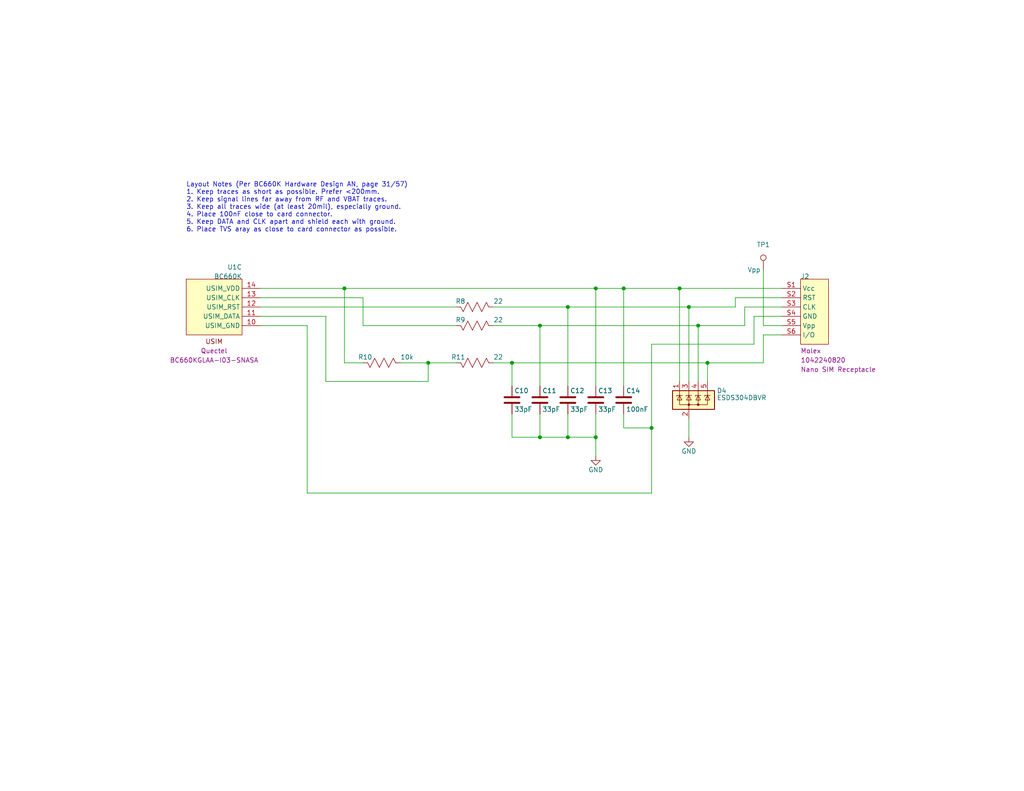
<source format=kicad_sch>
(kicad_sch (version 20211123) (generator eeschema)

  (uuid 2f7cbe2e-4fc6-46fb-8607-9c136d92441f)

  (paper "USLetter")

  (title_block
    (title "BC660K Breakout Board (USIM Connector)")
    (date "2022-10-31")
    (rev "X01")
    (company "By AxioPaladin")
    (comment 1 "CERN-OHL-W")
  )

  (lib_symbols
    (symbol "Connector:TestPoint" (pin_numbers hide) (pin_names (offset 0.762) hide) (in_bom yes) (on_board yes)
      (property "Reference" "TP" (id 0) (at 0 6.858 0)
        (effects (font (size 1.27 1.27)))
      )
      (property "Value" "TestPoint" (id 1) (at 0 5.08 0)
        (effects (font (size 1.27 1.27)))
      )
      (property "Footprint" "" (id 2) (at 5.08 0 0)
        (effects (font (size 1.27 1.27)) hide)
      )
      (property "Datasheet" "~" (id 3) (at 5.08 0 0)
        (effects (font (size 1.27 1.27)) hide)
      )
      (property "ki_keywords" "test point tp" (id 4) (at 0 0 0)
        (effects (font (size 1.27 1.27)) hide)
      )
      (property "ki_description" "test point" (id 5) (at 0 0 0)
        (effects (font (size 1.27 1.27)) hide)
      )
      (property "ki_fp_filters" "Pin* Test*" (id 6) (at 0 0 0)
        (effects (font (size 1.27 1.27)) hide)
      )
      (symbol "TestPoint_0_1"
        (circle (center 0 3.302) (radius 0.762)
          (stroke (width 0) (type default) (color 0 0 0 0))
          (fill (type none))
        )
      )
      (symbol "TestPoint_1_1"
        (pin passive line (at 0 0 90) (length 2.54)
          (name "1" (effects (font (size 1.27 1.27))))
          (number "1" (effects (font (size 1.27 1.27))))
        )
      )
    )
    (symbol "Device:C" (pin_numbers hide) (pin_names (offset 0.254)) (in_bom yes) (on_board yes)
      (property "Reference" "C" (id 0) (at 0.635 2.54 0)
        (effects (font (size 1.27 1.27)) (justify left))
      )
      (property "Value" "C" (id 1) (at 0.635 -2.54 0)
        (effects (font (size 1.27 1.27)) (justify left))
      )
      (property "Footprint" "" (id 2) (at 0.9652 -3.81 0)
        (effects (font (size 1.27 1.27)) hide)
      )
      (property "Datasheet" "~" (id 3) (at 0 0 0)
        (effects (font (size 1.27 1.27)) hide)
      )
      (property "ki_keywords" "cap capacitor" (id 4) (at 0 0 0)
        (effects (font (size 1.27 1.27)) hide)
      )
      (property "ki_description" "Unpolarized capacitor" (id 5) (at 0 0 0)
        (effects (font (size 1.27 1.27)) hide)
      )
      (property "ki_fp_filters" "C_*" (id 6) (at 0 0 0)
        (effects (font (size 1.27 1.27)) hide)
      )
      (symbol "C_0_1"
        (polyline
          (pts
            (xy -2.032 -0.762)
            (xy 2.032 -0.762)
          )
          (stroke (width 0.508) (type default) (color 0 0 0 0))
          (fill (type none))
        )
        (polyline
          (pts
            (xy -2.032 0.762)
            (xy 2.032 0.762)
          )
          (stroke (width 0.508) (type default) (color 0 0 0 0))
          (fill (type none))
        )
      )
      (symbol "C_1_1"
        (pin passive line (at 0 3.81 270) (length 2.794)
          (name "~" (effects (font (size 1.27 1.27))))
          (number "1" (effects (font (size 1.27 1.27))))
        )
        (pin passive line (at 0 -3.81 90) (length 2.794)
          (name "~" (effects (font (size 1.27 1.27))))
          (number "2" (effects (font (size 1.27 1.27))))
        )
      )
    )
    (symbol "Device:R" (pin_numbers hide) (pin_names (offset 0)) (in_bom yes) (on_board yes)
      (property "Reference" "R?" (id 0) (at 2.54 3.81 0)
        (effects (font (size 1.27 1.27)))
      )
      (property "Value" "R" (id 1) (at 2.54 1.27 0)
        (effects (font (size 1.27 1.27)))
      )
      (property "Footprint" "" (id 2) (at -1.778 0 90)
        (effects (font (size 1.27 1.27)) hide)
      )
      (property "Datasheet" "~" (id 3) (at 0 0 0)
        (effects (font (size 1.27 1.27)) hide)
      )
      (property "ki_keywords" "R res resistor" (id 4) (at 0 0 0)
        (effects (font (size 1.27 1.27)) hide)
      )
      (property "ki_description" "Resistor" (id 5) (at 0 0 0)
        (effects (font (size 1.27 1.27)) hide)
      )
      (property "ki_fp_filters" "R_*" (id 6) (at 0 0 0)
        (effects (font (size 1.27 1.27)) hide)
      )
      (symbol "R_0_1"
        (rectangle (start -1.016 3.81) (end 1.016 -3.81)
          (stroke (width 0.254) (type default) (color 0 0 0 0))
          (fill (type none))
        )
      )
      (symbol "R_0_2"
        (polyline
          (pts
            (xy 0 3.81)
            (xy -1.27 3.175)
            (xy 1.27 1.905)
            (xy -1.27 0.635)
            (xy 1.27 -0.635)
            (xy -1.27 -1.905)
            (xy 1.27 -3.175)
            (xy 0 -3.81)
          )
          (stroke (width 0) (type default) (color 0 0 0 0))
          (fill (type none))
        )
      )
      (symbol "R_1_1"
        (pin passive line (at 0 5.08 270) (length 1.27)
          (name "~" (effects (font (size 1.27 1.27))))
          (number "1" (effects (font (size 1.27 1.27))))
        )
        (pin passive line (at 0 -5.08 90) (length 1.27)
          (name "~" (effects (font (size 1.27 1.27))))
          (number "2" (effects (font (size 1.27 1.27))))
        )
      )
      (symbol "R_1_2"
        (pin passive line (at 0 5.08 270) (length 1.27)
          (name "~" (effects (font (size 1.27 1.27))))
          (number "1" (effects (font (size 1.27 1.27))))
        )
        (pin passive line (at 0 -5.08 90) (length 1.27)
          (name "~" (effects (font (size 1.27 1.27))))
          (number "2" (effects (font (size 1.27 1.27))))
        )
      )
    )
    (symbol "Power_Protection:SP0504BAHT" (pin_names hide) (in_bom yes) (on_board yes)
      (property "Reference" "D" (id 0) (at 7.62 2.54 0)
        (effects (font (size 1.27 1.27)) (justify left))
      )
      (property "Value" "SP0504BAHT" (id 1) (at 7.62 0.635 0)
        (effects (font (size 1.27 1.27)) (justify left))
      )
      (property "Footprint" "Package_TO_SOT_SMD:SOT-23-5" (id 2) (at 7.62 -1.27 0)
        (effects (font (size 1.27 1.27)) (justify left) hide)
      )
      (property "Datasheet" "http://www.littelfuse.com/~/media/files/littelfuse/technical%20resources/documents/data%20sheets/sp05xxba.pdf" (id 3) (at 3.175 3.175 0)
        (effects (font (size 1.27 1.27)) hide)
      )
      (property "ki_keywords" "usb esd protection suppression transient" (id 4) (at 0 0 0)
        (effects (font (size 1.27 1.27)) hide)
      )
      (property "ki_description" "TVS Diode Array, 5.5V Standoff, 4 Channels, SOT-23-5 package" (id 5) (at 0 0 0)
        (effects (font (size 1.27 1.27)) hide)
      )
      (property "ki_fp_filters" "SOT?23*" (id 6) (at 0 0 0)
        (effects (font (size 1.27 1.27)) hide)
      )
      (symbol "SP0504BAHT_0_0"
        (pin passive line (at 0 -5.08 90) (length 2.54)
          (name "A" (effects (font (size 1.27 1.27))))
          (number "2" (effects (font (size 1.27 1.27))))
        )
      )
      (symbol "SP0504BAHT_0_1"
        (rectangle (start -4.445 2.54) (end 6.985 -2.54)
          (stroke (width 0.254) (type default) (color 0 0 0 0))
          (fill (type background))
        )
        (circle (center 0 -1.27) (radius 0.254)
          (stroke (width 0) (type default) (color 0 0 0 0))
          (fill (type outline))
        )
        (polyline
          (pts
            (xy -2.54 2.54)
            (xy -2.54 1.27)
          )
          (stroke (width 0) (type default) (color 0 0 0 0))
          (fill (type none))
        )
        (polyline
          (pts
            (xy 0 -1.27)
            (xy 0 -2.54)
          )
          (stroke (width 0) (type default) (color 0 0 0 0))
          (fill (type none))
        )
        (polyline
          (pts
            (xy 0 -1.27)
            (xy 0 1.27)
          )
          (stroke (width 0) (type default) (color 0 0 0 0))
          (fill (type none))
        )
        (polyline
          (pts
            (xy 0 2.54)
            (xy 0 1.27)
          )
          (stroke (width 0) (type default) (color 0 0 0 0))
          (fill (type none))
        )
        (polyline
          (pts
            (xy 2.54 2.54)
            (xy 2.54 1.27)
          )
          (stroke (width 0) (type default) (color 0 0 0 0))
          (fill (type none))
        )
        (polyline
          (pts
            (xy 5.08 2.54)
            (xy 5.08 1.27)
          )
          (stroke (width 0) (type default) (color 0 0 0 0))
          (fill (type none))
        )
        (polyline
          (pts
            (xy -3.302 1.016)
            (xy -3.302 1.27)
            (xy -1.778 1.27)
          )
          (stroke (width 0) (type default) (color 0 0 0 0))
          (fill (type none))
        )
        (polyline
          (pts
            (xy 0.762 1.27)
            (xy -0.762 1.27)
            (xy -0.762 1.016)
          )
          (stroke (width 0) (type default) (color 0 0 0 0))
          (fill (type none))
        )
        (polyline
          (pts
            (xy 5.08 1.27)
            (xy 5.08 -1.27)
            (xy 2.54 -1.27)
          )
          (stroke (width 0) (type default) (color 0 0 0 0))
          (fill (type none))
        )
        (polyline
          (pts
            (xy -2.54 1.27)
            (xy -2.54 -1.27)
            (xy 2.54 -1.27)
            (xy 2.54 1.27)
          )
          (stroke (width 0) (type default) (color 0 0 0 0))
          (fill (type none))
        )
        (polyline
          (pts
            (xy -2.54 1.27)
            (xy -1.905 0)
            (xy -3.175 0)
            (xy -2.54 1.27)
          )
          (stroke (width 0) (type default) (color 0 0 0 0))
          (fill (type none))
        )
        (polyline
          (pts
            (xy 0.635 0)
            (xy -0.635 0)
            (xy 0 1.27)
            (xy 0.635 0)
          )
          (stroke (width 0) (type default) (color 0 0 0 0))
          (fill (type none))
        )
        (polyline
          (pts
            (xy 1.778 1.016)
            (xy 1.778 1.27)
            (xy 3.175 1.27)
            (xy 3.302 1.27)
          )
          (stroke (width 0) (type default) (color 0 0 0 0))
          (fill (type none))
        )
        (polyline
          (pts
            (xy 2.54 1.27)
            (xy 1.905 0)
            (xy 3.175 0)
            (xy 2.54 1.27)
          )
          (stroke (width 0) (type default) (color 0 0 0 0))
          (fill (type none))
        )
        (polyline
          (pts
            (xy 4.318 1.016)
            (xy 4.318 1.27)
            (xy 5.715 1.27)
            (xy 5.842 1.27)
          )
          (stroke (width 0) (type default) (color 0 0 0 0))
          (fill (type none))
        )
        (polyline
          (pts
            (xy 5.08 1.27)
            (xy 4.445 0)
            (xy 5.715 0)
            (xy 5.08 1.27)
          )
          (stroke (width 0) (type default) (color 0 0 0 0))
          (fill (type none))
        )
        (circle (center 2.54 -1.27) (radius 0.254)
          (stroke (width 0) (type default) (color 0 0 0 0))
          (fill (type outline))
        )
      )
      (symbol "SP0504BAHT_1_1"
        (pin passive line (at -2.54 5.08 270) (length 2.54)
          (name "K" (effects (font (size 1.27 1.27))))
          (number "1" (effects (font (size 1.27 1.27))))
        )
        (pin passive line (at 0 5.08 270) (length 2.54)
          (name "K" (effects (font (size 1.27 1.27))))
          (number "3" (effects (font (size 1.27 1.27))))
        )
        (pin passive line (at 2.54 5.08 270) (length 2.54)
          (name "K" (effects (font (size 1.27 1.27))))
          (number "4" (effects (font (size 1.27 1.27))))
        )
        (pin passive line (at 5.08 5.08 270) (length 2.54)
          (name "K" (effects (font (size 1.27 1.27))))
          (number "5" (effects (font (size 1.27 1.27))))
        )
      )
    )
    (symbol "RF_Cellular:BC660K" (in_bom yes) (on_board yes)
      (property "Reference" "U?" (id 0) (at 5.08 2.54 0)
        (effects (font (size 1.27 1.27)) (justify left bottom))
      )
      (property "Value" "BC660K" (id 1) (at 5.08 0 0)
        (effects (font (size 1.27 1.27)) (justify left bottom))
      )
      (property "Footprint" "" (id 2) (at 0 0 0)
        (effects (font (size 1.27 1.27)) hide)
      )
      (property "Datasheet" "https://www.quectel.com/product/lpwa-bc660k-gl-nb2" (id 3) (at -2.54 -17.78 90)
        (effects (font (size 1.27 1.27)) hide)
      )
      (property "Manufacturer 1" "Quectel" (id 4) (at 12.7 -33.02 0)
        (effects (font (size 1.27 1.27)) (justify bottom))
      )
      (property "Manufacturer Part Number 1" "BC660KGLAA-I03-SNASA" (id 5) (at 12.7 -35.56 0)
        (effects (font (size 1.27 1.27)) (justify bottom))
      )
      (property "ki_locked" "" (id 6) (at 0 0 0)
        (effects (font (size 1.27 1.27)))
      )
      (property "ki_description" "Cellular LTE Transceiver Module, Surface Mount" (id 7) (at 0 0 0)
        (effects (font (size 1.27 1.27)) hide)
      )
      (symbol "BC660K_1_0"
        (text "Power" (at 12.7 -30.48 0)
          (effects (font (size 1.27 1.27)) (justify bottom))
        )
      )
      (symbol "BC660K_1_1"
        (rectangle (start 5.08 0) (end 20.32 -27.94)
          (stroke (width 0) (type default) (color 0 0 0 0))
          (fill (type background))
        )
        (pin passive line (at 0 -10.16 0) (length 5.08)
          (name "GND" (effects (font (size 1.27 1.27))))
          (number "1" (effects (font (size 1.27 1.27))))
        )
        (pin passive line (at 25.4 -7.62 180) (length 5.08)
          (name "VDD_OUT" (effects (font (size 1.27 1.27))))
          (number "24" (effects (font (size 1.27 1.27))))
        )
        (pin passive line (at 0 -12.7 0) (length 5.08)
          (name "GND" (effects (font (size 1.27 1.27))))
          (number "27" (effects (font (size 1.27 1.27))))
        )
        (pin passive line (at 0 -15.24 0) (length 5.08)
          (name "GND" (effects (font (size 1.27 1.27))))
          (number "40" (effects (font (size 1.27 1.27))))
        )
        (pin passive line (at 0 -17.78 0) (length 5.08)
          (name "GND" (effects (font (size 1.27 1.27))))
          (number "41" (effects (font (size 1.27 1.27))))
        )
        (pin passive line (at 0 -2.54 0) (length 5.08)
          (name "VBAT" (effects (font (size 1.27 1.27))))
          (number "42" (effects (font (size 1.27 1.27))))
        )
        (pin passive line (at 0 -5.08 0) (length 5.08)
          (name "VBAT" (effects (font (size 1.27 1.27))))
          (number "43" (effects (font (size 1.27 1.27))))
        )
        (pin passive line (at 25.4 -25.4 180) (length 5.08)
          (name "VIO_SEL" (effects (font (size 1.27 1.27))))
          (number "52" (effects (font (size 1.27 1.27))))
        )
        (pin passive line (at 0 -20.32 0) (length 5.08)
          (name "GND" (effects (font (size 1.27 1.27))))
          (number "56" (effects (font (size 1.27 1.27))))
        )
        (pin passive line (at 0 -22.86 0) (length 5.08)
          (name "GND" (effects (font (size 1.27 1.27))))
          (number "57" (effects (font (size 1.27 1.27))))
        )
        (pin passive line (at 0 -25.4 0) (length 5.08)
          (name "GND" (effects (font (size 1.27 1.27))))
          (number "58" (effects (font (size 1.27 1.27))))
        )
      )
      (symbol "BC660K_2_0"
        (rectangle (start 5.08 0) (end 20.32 -20.32)
          (stroke (width 0) (type default) (color 0 0 0 0))
          (fill (type background))
        )
        (text "UARTs" (at 12.7 -22.86 0)
          (effects (font (size 1.27 1.27)) (justify bottom))
        )
      )
      (symbol "BC660K_2_1"
        (pin passive line (at 0 -2.54 0) (length 5.08)
          (name "MAIN_TXD" (effects (font (size 1.27 1.27))))
          (number "17" (effects (font (size 1.27 1.27))))
        )
        (pin passive line (at 0 -5.08 0) (length 5.08)
          (name "MAIN_RXD" (effects (font (size 1.27 1.27))))
          (number "18" (effects (font (size 1.27 1.27))))
        )
        (pin passive line (at 0 -10.16 0) (length 5.08)
          (name "RI" (effects (font (size 1.27 1.27))))
          (number "20" (effects (font (size 1.27 1.27))))
        )
        (pin passive line (at 0 -15.24 0) (length 5.08)
          (name "DBG_RXD" (effects (font (size 1.27 1.27))))
          (number "38" (effects (font (size 1.27 1.27))))
        )
        (pin passive line (at 0 -17.78 0) (length 5.08)
          (name "DBG_TXD" (effects (font (size 1.27 1.27))))
          (number "39" (effects (font (size 1.27 1.27))))
        )
      )
      (symbol "BC660K_3_0"
        (rectangle (start 5.08 0) (end 20.32 -15.24)
          (stroke (width 0) (type default) (color 0 0 0 0))
          (fill (type background))
        )
        (text "USIM" (at 12.7 -17.78 0)
          (effects (font (size 1.27 1.27)) (justify bottom))
        )
      )
      (symbol "BC660K_3_1"
        (pin passive line (at 0 -12.7 0) (length 5.08)
          (name "USIM_GND" (effects (font (size 1.27 1.27))))
          (number "10" (effects (font (size 1.27 1.27))))
        )
        (pin passive line (at 0 -10.16 0) (length 5.08)
          (name "USIM_DATA" (effects (font (size 1.27 1.27))))
          (number "11" (effects (font (size 1.27 1.27))))
        )
        (pin passive line (at 0 -7.62 0) (length 5.08)
          (name "USIM_RST" (effects (font (size 1.27 1.27))))
          (number "12" (effects (font (size 1.27 1.27))))
        )
        (pin passive line (at 0 -5.08 0) (length 5.08)
          (name "USIM_CLK" (effects (font (size 1.27 1.27))))
          (number "13" (effects (font (size 1.27 1.27))))
        )
        (pin passive line (at 0 -2.54 0) (length 5.08)
          (name "USIM_VDD" (effects (font (size 1.27 1.27))))
          (number "14" (effects (font (size 1.27 1.27))))
        )
      )
      (symbol "BC660K_4_0"
        (rectangle (start 5.08 0) (end 15.24 -15.24)
          (stroke (width 0) (type default) (color 0 0 0 0))
          (fill (type background))
        )
        (text "READ LAYOUT APP NOTE" (at 10.16 -20.32 0)
          (effects (font (size 1.27 1.27)) (justify bottom))
        )
        (text "RF/Antenna" (at 10.16 -17.78 0)
          (effects (font (size 1.27 1.27)) (justify bottom))
        )
      )
      (symbol "BC660K_4_1"
        (pin passive line (at 0 -7.62 0) (length 5.08)
          (name "GND" (effects (font (size 1.27 1.27))))
          (number "34" (effects (font (size 1.27 1.27))))
        )
        (pin passive line (at 0 -2.54 0) (length 5.08)
          (name "ANT_RF" (effects (font (size 1.27 1.27))))
          (number "35" (effects (font (size 1.27 1.27))))
        )
        (pin passive line (at 0 -10.16 0) (length 5.08)
          (name "GND" (effects (font (size 1.27 1.27))))
          (number "36" (effects (font (size 1.27 1.27))))
        )
        (pin passive line (at 0 -12.7 0) (length 5.08)
          (name "GND" (effects (font (size 1.27 1.27))))
          (number "37" (effects (font (size 1.27 1.27))))
        )
      )
      (symbol "BC660K_5_0"
        (rectangle (start 5.08 0) (end 15.24 -25.4)
          (stroke (width 0) (type default) (color 0 0 0 0))
          (fill (type background))
        )
        (text "Generic I/O" (at 10.16 -27.94 0)
          (effects (font (size 1.27 1.27)) (justify bottom))
        )
      )
      (symbol "BC660K_5_1"
        (pin passive line (at 0 -2.54 0) (length 5.08)
          (name "GPIO1" (effects (font (size 1.27 1.27))))
          (number "3" (effects (font (size 1.27 1.27))))
        )
        (pin passive line (at 0 -5.08 0) (length 5.08)
          (name "GPIO2" (effects (font (size 1.27 1.27))))
          (number "4" (effects (font (size 1.27 1.27))))
        )
        (pin passive line (at 0 -7.62 0) (length 5.08)
          (name "GPIO3" (effects (font (size 1.27 1.27))))
          (number "5" (effects (font (size 1.27 1.27))))
        )
        (pin passive line (at 0 -20.32 0) (length 5.08)
          (name "GRFC1*" (effects (font (size 1.27 1.27))))
          (number "54" (effects (font (size 1.27 1.27))))
        )
        (pin passive line (at 0 -22.86 0) (length 5.08)
          (name "GRFC2*" (effects (font (size 1.27 1.27))))
          (number "55" (effects (font (size 1.27 1.27))))
        )
        (pin passive line (at 0 -10.16 0) (length 5.08)
          (name "GPIO4" (effects (font (size 1.27 1.27))))
          (number "6" (effects (font (size 1.27 1.27))))
        )
        (pin passive line (at 0 -15.24 0) (length 5.08)
          (name "ADC0" (effects (font (size 1.27 1.27))))
          (number "9" (effects (font (size 1.27 1.27))))
        )
      )
      (symbol "BC660K_6_0"
        (text "Configuration" (at 12.7 -15.24 0)
          (effects (font (size 1.27 1.27)) (justify bottom))
        )
      )
      (symbol "BC660K_6_1"
        (rectangle (start 5.08 0) (end 20.32 -12.7)
          (stroke (width 0) (type default) (color 0 0 0 0))
          (fill (type background))
        )
        (pin passive line (at 0 -5.08 0) (length 5.08)
          (name "RESET_N" (effects (font (size 1.27 1.27))))
          (number "15" (effects (font (size 1.27 1.27))))
        )
        (pin passive line (at 25.4 -10.16 180) (length 5.08)
          (name "NETLIGHT*" (effects (font (size 1.27 1.27))))
          (number "16" (effects (font (size 1.27 1.27))))
        )
        (pin passive line (at 0 -7.62 0) (length 5.08)
          (name "PSM_EINT" (effects (font (size 1.27 1.27))))
          (number "19" (effects (font (size 1.27 1.27))))
        )
        (pin passive line (at 0 -2.54 0) (length 5.08)
          (name "BOOT" (effects (font (size 1.27 1.27))))
          (number "7" (effects (font (size 1.27 1.27))))
        )
      )
    )
    (symbol "molex_connectors:NanoSIM_1042240820" (in_bom yes) (on_board yes)
      (property "Reference" "J?" (id 0) (at 0 0 0)
        (effects (font (size 1.27 1.27)) (justify left bottom))
      )
      (property "Value" "NanoSIM_1042240820" (id 1) (at 0 -27.94 0)
        (effects (font (size 1.27 1.27)) (justify left bottom) hide)
      )
      (property "Footprint" "" (id 2) (at 0 0 0)
        (effects (font (size 1.27 1.27)) hide)
      )
      (property "Datasheet" "https://www.molex.com/pdm_docs/sd/1042240820_sd.pdf" (id 3) (at 0 -30.48 0)
        (effects (font (size 1.27 1.27)) (justify left bottom) hide)
      )
      (property "Manufacturer 1" "Molex" (id 4) (at 0 -20.32 0)
        (effects (font (size 1.27 1.27)) (justify left bottom))
      )
      (property "Manufactuer Part Number 1" "1042240820" (id 5) (at 0 -22.86 0)
        (effects (font (size 1.27 1.27)) (justify left bottom))
      )
      (property "User Description" "Nano SIM Receptacle" (id 6) (at 0 -25.4 0)
        (effects (font (size 1.27 1.27)) (justify left bottom))
      )
      (property "ki_keywords" "NanoSIM, SIM, SMT" (id 7) (at 0 0 0)
        (effects (font (size 1.27 1.27)) hide)
      )
      (property "ki_description" "Card Connector NANO SIM, Surface Mount, Right Angle" (id 8) (at 0 0 0)
        (effects (font (size 1.27 1.27)) hide)
      )
      (symbol "NanoSIM_1042240820_0_1"
        (rectangle (start 0 -17.78) (end 7.62 0)
          (stroke (width 0) (type default) (color 0 0 0 0))
          (fill (type background))
        )
      )
      (symbol "NanoSIM_1042240820_1_1"
        (pin passive line (at -5.08 -2.54 0) (length 5.08)
          (name "Vcc" (effects (font (size 1.27 1.27))))
          (number "S1" (effects (font (size 1.27 1.27))))
        )
        (pin passive line (at -5.08 -5.08 0) (length 5.08)
          (name "RST" (effects (font (size 1.27 1.27))))
          (number "S2" (effects (font (size 1.27 1.27))))
        )
        (pin passive line (at -5.08 -7.62 0) (length 5.08)
          (name "CLK" (effects (font (size 1.27 1.27))))
          (number "S3" (effects (font (size 1.27 1.27))))
        )
        (pin passive line (at -5.08 -10.16 0) (length 5.08)
          (name "GND" (effects (font (size 1.27 1.27))))
          (number "S4" (effects (font (size 1.27 1.27))))
        )
        (pin passive line (at -5.08 -12.7 0) (length 5.08)
          (name "Vpp" (effects (font (size 1.27 1.27))))
          (number "S5" (effects (font (size 1.27 1.27))))
        )
        (pin passive line (at -5.08 -15.24 0) (length 5.08)
          (name "I/O" (effects (font (size 1.27 1.27))))
          (number "S6" (effects (font (size 1.27 1.27))))
        )
      )
    )
    (symbol "power:GND" (power) (pin_names (offset 0)) (in_bom yes) (on_board yes)
      (property "Reference" "#PWR" (id 0) (at 0 -6.35 0)
        (effects (font (size 1.27 1.27)) hide)
      )
      (property "Value" "GND" (id 1) (at 0 -3.81 0)
        (effects (font (size 1.27 1.27)))
      )
      (property "Footprint" "" (id 2) (at 0 0 0)
        (effects (font (size 1.27 1.27)) hide)
      )
      (property "Datasheet" "" (id 3) (at 0 0 0)
        (effects (font (size 1.27 1.27)) hide)
      )
      (property "ki_keywords" "power-flag" (id 4) (at 0 0 0)
        (effects (font (size 1.27 1.27)) hide)
      )
      (property "ki_description" "Power symbol creates a global label with name \"GND\" , ground" (id 5) (at 0 0 0)
        (effects (font (size 1.27 1.27)) hide)
      )
      (symbol "GND_0_1"
        (polyline
          (pts
            (xy 0 0)
            (xy 0 -1.27)
            (xy 1.27 -1.27)
            (xy 0 -2.54)
            (xy -1.27 -1.27)
            (xy 0 -1.27)
          )
          (stroke (width 0) (type default) (color 0 0 0 0))
          (fill (type none))
        )
      )
      (symbol "GND_1_1"
        (pin power_in line (at 0 0 270) (length 0) hide
          (name "GND" (effects (font (size 1.27 1.27))))
          (number "1" (effects (font (size 1.27 1.27))))
        )
      )
    )
  )

  (junction (at 93.98 78.74) (diameter 0) (color 0 0 0 0)
    (uuid 0cb82021-11cd-4c5a-834b-6024d19138f6)
  )
  (junction (at 147.32 88.9) (diameter 0) (color 0 0 0 0)
    (uuid 2771946a-0a3a-40f8-bc94-cec7ad99b3d0)
  )
  (junction (at 193.04 99.06) (diameter 0) (color 0 0 0 0)
    (uuid 2bdbfe9e-deb3-4ac8-8812-f9af674453b6)
  )
  (junction (at 190.5 88.9) (diameter 0) (color 0 0 0 0)
    (uuid 52662825-80d7-4a79-aad6-9da978bad9f9)
  )
  (junction (at 139.7 99.06) (diameter 0) (color 0 0 0 0)
    (uuid 553b0e59-6421-46a0-963e-f637731d2035)
  )
  (junction (at 154.94 83.82) (diameter 0) (color 0 0 0 0)
    (uuid 5d359d95-31c0-4eac-a304-eeea46a92b9c)
  )
  (junction (at 162.56 78.74) (diameter 0) (color 0 0 0 0)
    (uuid 6bcbeb84-5e2b-428f-b96c-d674c8a49ebc)
  )
  (junction (at 185.42 78.74) (diameter 0) (color 0 0 0 0)
    (uuid 73770234-0675-4cf3-963f-62680b0c9078)
  )
  (junction (at 170.18 78.74) (diameter 0) (color 0 0 0 0)
    (uuid 91c8e919-b1e0-43ee-8e86-b2fc64d95a51)
  )
  (junction (at 116.84 99.06) (diameter 0) (color 0 0 0 0)
    (uuid 9a91b939-3990-4e08-9c7a-05f3ecedc422)
  )
  (junction (at 147.32 119.38) (diameter 0) (color 0 0 0 0)
    (uuid bf55cc54-678a-4604-b155-13a869cb9f43)
  )
  (junction (at 154.94 119.38) (diameter 0) (color 0 0 0 0)
    (uuid dead01f0-cf98-4d71-bd05-2be524ee1a87)
  )
  (junction (at 162.56 119.38) (diameter 0) (color 0 0 0 0)
    (uuid ec628289-f79d-49bc-a7e1-e11f5934a96a)
  )
  (junction (at 177.8 116.84) (diameter 0) (color 0 0 0 0)
    (uuid ee2b06c8-4f45-4c41-bf3c-d431461e805f)
  )
  (junction (at 187.96 83.82) (diameter 0) (color 0 0 0 0)
    (uuid f826ff2e-6a07-43ca-80bc-1524c96ac550)
  )

  (wire (pts (xy 134.62 83.82) (xy 154.94 83.82))
    (stroke (width 0) (type default) (color 0 0 0 0))
    (uuid 01cc04e2-f13c-4527-97d2-5e4a7371e065)
  )
  (wire (pts (xy 116.84 99.06) (xy 116.84 104.14))
    (stroke (width 0) (type default) (color 0 0 0 0))
    (uuid 070771f9-63ae-49d5-9621-0398a99199db)
  )
  (wire (pts (xy 88.9 104.14) (xy 88.9 86.36))
    (stroke (width 0) (type default) (color 0 0 0 0))
    (uuid 0b7a7103-240b-4456-84e4-006fa8856cf8)
  )
  (wire (pts (xy 193.04 99.06) (xy 193.04 104.14))
    (stroke (width 0) (type default) (color 0 0 0 0))
    (uuid 0e861ef7-d487-49ec-85e0-281c7119ae27)
  )
  (wire (pts (xy 200.66 83.82) (xy 200.66 81.28))
    (stroke (width 0) (type default) (color 0 0 0 0))
    (uuid 10173e03-d7bb-46a0-a30d-10f86e330f38)
  )
  (wire (pts (xy 71.12 78.74) (xy 93.98 78.74))
    (stroke (width 0) (type default) (color 0 0 0 0))
    (uuid 15cb8205-1e5f-4a15-897d-f9df2cb11f98)
  )
  (wire (pts (xy 71.12 83.82) (xy 124.46 83.82))
    (stroke (width 0) (type default) (color 0 0 0 0))
    (uuid 1c2cd96c-e3fa-458e-87ea-ddb11495be32)
  )
  (wire (pts (xy 147.32 88.9) (xy 147.32 105.41))
    (stroke (width 0) (type default) (color 0 0 0 0))
    (uuid 1ca20e39-a28b-4845-8689-82847ee5d226)
  )
  (wire (pts (xy 190.5 104.14) (xy 190.5 88.9))
    (stroke (width 0) (type default) (color 0 0 0 0))
    (uuid 1e27837d-ac7a-480e-b738-fb409910d602)
  )
  (wire (pts (xy 139.7 119.38) (xy 147.32 119.38))
    (stroke (width 0) (type default) (color 0 0 0 0))
    (uuid 1e6550b9-bbe5-4d2d-9231-a69bc433cb9e)
  )
  (wire (pts (xy 154.94 113.03) (xy 154.94 119.38))
    (stroke (width 0) (type default) (color 0 0 0 0))
    (uuid 2cb96ffe-3057-4720-b0f5-92022764d08a)
  )
  (wire (pts (xy 88.9 86.36) (xy 71.12 86.36))
    (stroke (width 0) (type default) (color 0 0 0 0))
    (uuid 36ae6a3b-b35d-41cc-9f84-006112a70a6d)
  )
  (wire (pts (xy 154.94 119.38) (xy 162.56 119.38))
    (stroke (width 0) (type default) (color 0 0 0 0))
    (uuid 3c2347dc-8d69-4bd8-a1e4-c7f2740fcd31)
  )
  (wire (pts (xy 162.56 78.74) (xy 170.18 78.74))
    (stroke (width 0) (type default) (color 0 0 0 0))
    (uuid 4b9ee225-8f6b-4ed0-8705-ee5828ff8da6)
  )
  (wire (pts (xy 213.36 91.44) (xy 208.28 91.44))
    (stroke (width 0) (type default) (color 0 0 0 0))
    (uuid 4de6561c-fe6c-466f-bd04-07c83b6799c5)
  )
  (wire (pts (xy 205.74 86.36) (xy 205.74 93.98))
    (stroke (width 0) (type default) (color 0 0 0 0))
    (uuid 52b4fba7-e29a-4738-9c34-3177985c733b)
  )
  (wire (pts (xy 93.98 99.06) (xy 93.98 78.74))
    (stroke (width 0) (type default) (color 0 0 0 0))
    (uuid 58eaa603-f409-479b-af43-6aff95cdd786)
  )
  (wire (pts (xy 83.82 88.9) (xy 71.12 88.9))
    (stroke (width 0) (type default) (color 0 0 0 0))
    (uuid 5900392e-ef66-4518-b270-a24a0a04918a)
  )
  (wire (pts (xy 139.7 113.03) (xy 139.7 119.38))
    (stroke (width 0) (type default) (color 0 0 0 0))
    (uuid 5fa69d6f-2bb4-4a85-96e3-4ee1cd6ca38c)
  )
  (wire (pts (xy 177.8 93.98) (xy 205.74 93.98))
    (stroke (width 0) (type default) (color 0 0 0 0))
    (uuid 5fecfb1a-b7d6-4533-95da-86bc4e1363fd)
  )
  (wire (pts (xy 213.36 86.36) (xy 205.74 86.36))
    (stroke (width 0) (type default) (color 0 0 0 0))
    (uuid 60afbb26-144c-4a79-8774-02df9631034f)
  )
  (wire (pts (xy 193.04 99.06) (xy 208.28 99.06))
    (stroke (width 0) (type default) (color 0 0 0 0))
    (uuid 6405b843-0cfa-4d5e-96bd-922d30a71973)
  )
  (wire (pts (xy 162.56 113.03) (xy 162.56 119.38))
    (stroke (width 0) (type default) (color 0 0 0 0))
    (uuid 67c7240c-e27c-4113-9782-cf191d827bad)
  )
  (wire (pts (xy 187.96 114.3) (xy 187.96 119.38))
    (stroke (width 0) (type default) (color 0 0 0 0))
    (uuid 700dd6ad-2561-4367-a83d-b3a600e8ed2e)
  )
  (wire (pts (xy 187.96 104.14) (xy 187.96 83.82))
    (stroke (width 0) (type default) (color 0 0 0 0))
    (uuid 763dfdf4-1d1b-4b98-bbfc-2e1acef79335)
  )
  (wire (pts (xy 193.04 99.06) (xy 139.7 99.06))
    (stroke (width 0) (type default) (color 0 0 0 0))
    (uuid 788dad17-7466-41d1-99a2-1a4ba6c53c25)
  )
  (wire (pts (xy 170.18 78.74) (xy 170.18 105.41))
    (stroke (width 0) (type default) (color 0 0 0 0))
    (uuid 78b5e066-cb67-4137-b507-bd62613754af)
  )
  (wire (pts (xy 116.84 104.14) (xy 88.9 104.14))
    (stroke (width 0) (type default) (color 0 0 0 0))
    (uuid 799461fa-43ee-4f20-ac17-6b16f43d8fe9)
  )
  (wire (pts (xy 208.28 91.44) (xy 208.28 99.06))
    (stroke (width 0) (type default) (color 0 0 0 0))
    (uuid 7c218d0b-2558-4374-89cd-054ec24a9868)
  )
  (wire (pts (xy 99.06 99.06) (xy 93.98 99.06))
    (stroke (width 0) (type default) (color 0 0 0 0))
    (uuid 7cac226b-7ffa-497e-be2a-56929137f783)
  )
  (wire (pts (xy 134.62 88.9) (xy 147.32 88.9))
    (stroke (width 0) (type default) (color 0 0 0 0))
    (uuid 7e1aa173-6365-4cd8-83db-8a21f55c02a5)
  )
  (wire (pts (xy 162.56 119.38) (xy 162.56 124.46))
    (stroke (width 0) (type default) (color 0 0 0 0))
    (uuid 8209601b-a21f-4ca5-9b5e-e5479b8cc4bc)
  )
  (wire (pts (xy 124.46 88.9) (xy 99.06 88.9))
    (stroke (width 0) (type default) (color 0 0 0 0))
    (uuid 84139d8d-1f0d-44d5-a5a1-2d299ca9389e)
  )
  (wire (pts (xy 213.36 83.82) (xy 203.2 83.82))
    (stroke (width 0) (type default) (color 0 0 0 0))
    (uuid 872f9079-5d92-4abf-864c-347d28997ea8)
  )
  (wire (pts (xy 116.84 99.06) (xy 124.46 99.06))
    (stroke (width 0) (type default) (color 0 0 0 0))
    (uuid 8ce782f4-79c5-4453-bf47-c817d3eded28)
  )
  (wire (pts (xy 203.2 83.82) (xy 203.2 88.9))
    (stroke (width 0) (type default) (color 0 0 0 0))
    (uuid 90472656-9f2e-4d35-959f-c90852f8d398)
  )
  (wire (pts (xy 200.66 81.28) (xy 213.36 81.28))
    (stroke (width 0) (type default) (color 0 0 0 0))
    (uuid a2ab50c2-02db-4687-b745-54561689454e)
  )
  (wire (pts (xy 147.32 119.38) (xy 154.94 119.38))
    (stroke (width 0) (type default) (color 0 0 0 0))
    (uuid a4812017-dea6-4f3c-8085-332b729c3165)
  )
  (wire (pts (xy 185.42 104.14) (xy 185.42 78.74))
    (stroke (width 0) (type default) (color 0 0 0 0))
    (uuid a6c54cbf-2c90-4ebf-8bbf-2e028c128cf3)
  )
  (wire (pts (xy 170.18 113.03) (xy 170.18 116.84))
    (stroke (width 0) (type default) (color 0 0 0 0))
    (uuid a7a00a73-4c8d-4018-a153-d1d4a53da5e8)
  )
  (wire (pts (xy 134.62 99.06) (xy 139.7 99.06))
    (stroke (width 0) (type default) (color 0 0 0 0))
    (uuid ac1415a5-9bd7-4def-bfc6-55e3fdfc6357)
  )
  (wire (pts (xy 177.8 93.98) (xy 177.8 116.84))
    (stroke (width 0) (type default) (color 0 0 0 0))
    (uuid ad2fff09-fea7-412c-af7a-e3e740370c35)
  )
  (wire (pts (xy 170.18 78.74) (xy 185.42 78.74))
    (stroke (width 0) (type default) (color 0 0 0 0))
    (uuid b22897e9-dc24-4ca3-b0ca-230d581d04ca)
  )
  (wire (pts (xy 185.42 78.74) (xy 213.36 78.74))
    (stroke (width 0) (type default) (color 0 0 0 0))
    (uuid b80fc863-b4bc-4efa-9284-ebbfe652b78c)
  )
  (wire (pts (xy 109.22 99.06) (xy 116.84 99.06))
    (stroke (width 0) (type default) (color 0 0 0 0))
    (uuid ba2e11b1-8989-44dc-9213-817714fefe41)
  )
  (wire (pts (xy 147.32 113.03) (xy 147.32 119.38))
    (stroke (width 0) (type default) (color 0 0 0 0))
    (uuid bbd4f00d-cdcb-47b9-8dbc-5368321be408)
  )
  (wire (pts (xy 208.28 88.9) (xy 208.28 73.66))
    (stroke (width 0) (type default) (color 0 0 0 0))
    (uuid c8f20904-6341-40df-aea2-1ccd83342876)
  )
  (wire (pts (xy 147.32 88.9) (xy 190.5 88.9))
    (stroke (width 0) (type default) (color 0 0 0 0))
    (uuid ce9ec31a-cce9-4443-a15d-a9926ffaf1eb)
  )
  (wire (pts (xy 154.94 83.82) (xy 154.94 105.41))
    (stroke (width 0) (type default) (color 0 0 0 0))
    (uuid d0e38f19-600f-4a34-aada-6b3ec00b795a)
  )
  (wire (pts (xy 170.18 116.84) (xy 177.8 116.84))
    (stroke (width 0) (type default) (color 0 0 0 0))
    (uuid d354d0c1-246b-44b9-b819-b6c432941a4a)
  )
  (wire (pts (xy 213.36 88.9) (xy 208.28 88.9))
    (stroke (width 0) (type default) (color 0 0 0 0))
    (uuid de1a6f50-c8e6-4d98-abc0-2fe0f0cddd0f)
  )
  (wire (pts (xy 83.82 134.62) (xy 83.82 88.9))
    (stroke (width 0) (type default) (color 0 0 0 0))
    (uuid e0bcd4b2-8cdd-49b7-81f9-a9b81dc86088)
  )
  (wire (pts (xy 139.7 99.06) (xy 139.7 105.41))
    (stroke (width 0) (type default) (color 0 0 0 0))
    (uuid e5c56026-ccbd-4601-b404-9c1df76569c4)
  )
  (wire (pts (xy 99.06 88.9) (xy 99.06 81.28))
    (stroke (width 0) (type default) (color 0 0 0 0))
    (uuid e6adf6b9-7329-438b-a245-eae7afe63224)
  )
  (wire (pts (xy 99.06 81.28) (xy 71.12 81.28))
    (stroke (width 0) (type default) (color 0 0 0 0))
    (uuid ea434f2b-26d7-4b8a-a670-f7489441d0bb)
  )
  (wire (pts (xy 187.96 83.82) (xy 200.66 83.82))
    (stroke (width 0) (type default) (color 0 0 0 0))
    (uuid ead5d154-6f96-4e7a-b97d-a3e29070ecca)
  )
  (wire (pts (xy 93.98 78.74) (xy 162.56 78.74))
    (stroke (width 0) (type default) (color 0 0 0 0))
    (uuid eb9ad896-447e-4b2d-a2c3-c26ac398d4fd)
  )
  (wire (pts (xy 162.56 78.74) (xy 162.56 105.41))
    (stroke (width 0) (type default) (color 0 0 0 0))
    (uuid efb313cc-b59c-4b55-803e-507b851302a4)
  )
  (wire (pts (xy 190.5 88.9) (xy 203.2 88.9))
    (stroke (width 0) (type default) (color 0 0 0 0))
    (uuid f0ed88f3-a667-4a92-a4d5-c96f910fc320)
  )
  (wire (pts (xy 154.94 83.82) (xy 187.96 83.82))
    (stroke (width 0) (type default) (color 0 0 0 0))
    (uuid f781bf10-bc49-458e-992c-37cb1617d064)
  )
  (wire (pts (xy 83.82 134.62) (xy 177.8 134.62))
    (stroke (width 0) (type default) (color 0 0 0 0))
    (uuid fbfa09a8-a9ea-4707-9d6c-0a3744c04f73)
  )
  (wire (pts (xy 177.8 116.84) (xy 177.8 134.62))
    (stroke (width 0) (type default) (color 0 0 0 0))
    (uuid fe6fc27f-31c1-4a27-ad1d-c20919321027)
  )

  (text "Layout Notes (Per BC660K Hardware Design AN, page 31/57)\n1. Keep traces as short as possible. Prefer <200mm.\n2. Keep signal lines far away from RF and VBAT traces.\n3. Keep all traces wide (at least 20mil), especially ground.\n4. Place 100nF close to card connector.\n5. Keep DATA and CLK apart and shield each with ground.\n6. Place TVS aray as close to card connector as possible."
    (at 50.8 63.5 0)
    (effects (font (size 1.27 1.27)) (justify left bottom))
    (uuid 079f347f-3923-4cf5-b99b-a15dddb6e477)
  )

  (symbol (lib_id "Device:R") (at 129.54 99.06 90) (unit 1) (convert 2)
    (in_bom yes) (on_board yes)
    (uuid 23983ecb-a662-443a-a389-23b14182d500)
    (property "Reference" "R11" (id 0) (at 127 96.774 90)
      (effects (font (size 1.27 1.27)) (justify left bottom))
    )
    (property "Value" "22" (id 1) (at 134.62 96.774 90)
      (effects (font (size 1.27 1.27)) (justify right bottom))
    )
    (property "Footprint" "Resistor_SMD:R_0603_1608Metric" (id 2) (at 129.54 100.838 90)
      (effects (font (size 1.27 1.27)) hide)
    )
    (property "Datasheet" "~" (id 3) (at 129.54 99.06 0)
      (effects (font (size 1.27 1.27)) hide)
    )
    (pin "1" (uuid 4d1e4a77-7a96-4bd9-a26f-5501ba42ad4a))
    (pin "2" (uuid 124a4f36-90d9-4dda-a6e9-27f049345862))
  )

  (symbol (lib_id "Power_Protection:SP0504BAHT") (at 187.96 109.22 0) (unit 1)
    (in_bom yes) (on_board yes)
    (uuid 23b671ef-2464-4657-a831-3df785ae792a)
    (property "Reference" "D4" (id 0) (at 195.58 106.68 0)
      (effects (font (size 1.27 1.27)) (justify left))
    )
    (property "Value" "ESDS304DBVR" (id 1) (at 195.58 108.585 0)
      (effects (font (size 1.27 1.27)) (justify left))
    )
    (property "Footprint" "Package_TO_SOT_SMD:SOT-23-5" (id 2) (at 195.58 110.49 0)
      (effects (font (size 1.27 1.27)) (justify left) hide)
    )
    (property "Datasheet" "https://www.ti.com/product/ESDS304" (id 3) (at 191.135 106.045 0)
      (effects (font (size 1.27 1.27)) hide)
    )
    (pin "2" (uuid 4634be87-7f56-45c9-beb4-55042d3bd48a))
    (pin "1" (uuid 035e96bd-faf5-44f0-81f3-3aecb241c7fe))
    (pin "3" (uuid 93a27db1-ecd9-4253-978c-fd42b672acf1))
    (pin "4" (uuid 0fd106e5-c245-4817-9ae1-ab063c590d4f))
    (pin "5" (uuid 3b67c023-82c5-4975-bd60-6c06bef22bf2))
  )

  (symbol (lib_id "Device:C") (at 170.18 109.22 0) (unit 1)
    (in_bom yes) (on_board yes)
    (uuid 25d62c6d-fd6e-4f24-80ce-136cc8466646)
    (property "Reference" "C14" (id 0) (at 170.815 106.68 0)
      (effects (font (size 1.27 1.27)) (justify left))
    )
    (property "Value" "100nF" (id 1) (at 170.815 111.76 0)
      (effects (font (size 1.27 1.27)) (justify left))
    )
    (property "Footprint" "" (id 2) (at 171.1452 113.03 0)
      (effects (font (size 1.27 1.27)) hide)
    )
    (property "Datasheet" "~" (id 3) (at 170.18 109.22 0)
      (effects (font (size 1.27 1.27)) hide)
    )
    (pin "1" (uuid 54430615-bcad-49f5-adf0-924c5d050472))
    (pin "2" (uuid de0d25b3-1c69-42fc-994d-9c3be328e920))
  )

  (symbol (lib_id "Device:C") (at 162.56 109.22 0) (unit 1)
    (in_bom yes) (on_board yes)
    (uuid 268272fd-105b-45e2-8868-7e0229e33bc8)
    (property "Reference" "C13" (id 0) (at 163.195 106.68 0)
      (effects (font (size 1.27 1.27)) (justify left))
    )
    (property "Value" "33pF" (id 1) (at 163.195 111.76 0)
      (effects (font (size 1.27 1.27)) (justify left))
    )
    (property "Footprint" "" (id 2) (at 163.5252 113.03 0)
      (effects (font (size 1.27 1.27)) hide)
    )
    (property "Datasheet" "~" (id 3) (at 162.56 109.22 0)
      (effects (font (size 1.27 1.27)) hide)
    )
    (pin "1" (uuid bf3c13bf-169c-4d91-a0bb-241e07f226b1))
    (pin "2" (uuid 8b9bd4dd-091c-478f-9cbd-64cb81d475c9))
  )

  (symbol (lib_id "power:GND") (at 162.56 124.46 0) (unit 1)
    (in_bom yes) (on_board yes)
    (uuid 4059c6c9-a47d-4cbd-9f07-624a03f3afe0)
    (property "Reference" "#PWR014" (id 0) (at 162.56 130.81 0)
      (effects (font (size 1.27 1.27)) hide)
    )
    (property "Value" "GND" (id 1) (at 162.56 128.27 0))
    (property "Footprint" "" (id 2) (at 162.56 124.46 0)
      (effects (font (size 1.27 1.27)) hide)
    )
    (property "Datasheet" "" (id 3) (at 162.56 124.46 0)
      (effects (font (size 1.27 1.27)) hide)
    )
    (pin "1" (uuid 76e87eb0-9948-4106-847c-3b3fcd6e0652))
  )

  (symbol (lib_id "Device:C") (at 154.94 109.22 0) (unit 1)
    (in_bom yes) (on_board yes)
    (uuid 53a10292-9d6b-4fd0-8b11-4abbe402d76f)
    (property "Reference" "C12" (id 0) (at 155.575 106.68 0)
      (effects (font (size 1.27 1.27)) (justify left))
    )
    (property "Value" "33pF" (id 1) (at 155.575 111.76 0)
      (effects (font (size 1.27 1.27)) (justify left))
    )
    (property "Footprint" "" (id 2) (at 155.9052 113.03 0)
      (effects (font (size 1.27 1.27)) hide)
    )
    (property "Datasheet" "~" (id 3) (at 154.94 109.22 0)
      (effects (font (size 1.27 1.27)) hide)
    )
    (pin "1" (uuid e0a82ced-52c0-4d44-852c-95f1f995d90c))
    (pin "2" (uuid 980c4525-6b11-4ae2-9deb-0b35a223bb11))
  )

  (symbol (lib_id "RF_Cellular:BC660K") (at 71.12 76.2 0) (mirror y) (unit 3)
    (in_bom yes) (on_board yes)
    (uuid 7cd1a0b1-ffd9-41d5-8f8a-64b9a1ed2c04)
    (property "Reference" "U1" (id 0) (at 66.04 73.66 0)
      (effects (font (size 1.27 1.27)) (justify left bottom))
    )
    (property "Value" "BC660K" (id 1) (at 66.04 76.2 0)
      (effects (font (size 1.27 1.27)) (justify left bottom))
    )
    (property "Footprint" "" (id 2) (at 71.12 76.2 0)
      (effects (font (size 1.27 1.27)) hide)
    )
    (property "Datasheet" "https://www.quectel.com/product/lpwa-bc660k-gl-nb2" (id 3) (at 73.66 93.98 90)
      (effects (font (size 1.27 1.27)) hide)
    )
    (property "Manufacturer 1" "Quectel" (id 4) (at 58.42 96.52 0)
      (effects (font (size 1.27 1.27)) (justify bottom))
    )
    (property "Manufacturer Part Number 1" "BC660KGLAA-I03-SNASA" (id 5) (at 58.42 99.06 0)
      (effects (font (size 1.27 1.27)) (justify bottom))
    )
    (pin "1" (uuid b53e9a85-aa06-4da6-b2b9-be628fb4168c))
    (pin "24" (uuid 56f2ca93-dbe7-4e89-9af5-2edbc879d186))
    (pin "27" (uuid 40c5fa19-1f55-4b3e-bbb1-debb93757785))
    (pin "40" (uuid 7dba6d71-580a-4c23-85b8-aa40d409c782))
    (pin "41" (uuid 08ac4ba8-5571-4857-91d1-5b9c3a264e04))
    (pin "42" (uuid 0817f8c2-15ae-40ab-98a0-f801aac678e2))
    (pin "43" (uuid b1227e86-1247-4ab1-9acb-23b5de793f6c))
    (pin "52" (uuid 384d9776-98ff-452a-8fb6-22e566bee8fa))
    (pin "56" (uuid fce1fe7d-f170-42f5-9f0c-3405c22cadc3))
    (pin "57" (uuid 3c7a5219-7da9-476d-aa2d-c7852870c178))
    (pin "58" (uuid f1f8e752-1916-4a9b-aa9d-0d5c6265aaf9))
    (pin "17" (uuid 458bdf15-8abc-44c2-9eed-a27cb38f7dfb))
    (pin "18" (uuid 22272f01-5b6a-48c5-9161-c5c26dc457d2))
    (pin "20" (uuid fc314890-1d43-4710-baf8-30ae2774ffa0))
    (pin "38" (uuid bdfa1562-8d32-4179-b2a3-03be4c29953b))
    (pin "39" (uuid 9667bb4f-8a1c-4572-ab88-9a91c429772f))
    (pin "10" (uuid c11378b4-7a16-4a06-a0b8-bbd382dca735))
    (pin "11" (uuid f2f3bede-6ca5-4dbf-9012-b1553345e5e3))
    (pin "12" (uuid 672e962a-7c37-4aba-ac83-3517af1394a1))
    (pin "13" (uuid 6ab84908-9341-4ab2-90c3-90ef5ab04280))
    (pin "14" (uuid 4dc0c399-247d-42ee-8258-a5400d3d891d))
    (pin "34" (uuid eab707e1-e6af-4406-b75b-9c35532743da))
    (pin "35" (uuid 0ef17518-4d3f-463c-9b4b-5376c1f0d92d))
    (pin "36" (uuid a9fc1e0e-24b6-41ee-9708-480febcf62e1))
    (pin "37" (uuid ce8861a7-6b11-49cb-bef8-deca1ef13dac))
    (pin "3" (uuid 6961c462-9066-468b-ba9c-05462b2de59a))
    (pin "4" (uuid 359fb1bd-dfc6-4cc9-a067-e352bc4fcc25))
    (pin "5" (uuid 7e370e31-39d0-43f9-b082-1929220b5938))
    (pin "54" (uuid 2bb9a755-d75c-4329-b31e-101a758074f7))
    (pin "55" (uuid 8f17584b-9b57-408c-a087-ab509afa04e5))
    (pin "6" (uuid c7366855-41c2-4a2a-801d-4c6eb83917e4))
    (pin "9" (uuid cae1c9aa-b3dc-4c9b-bedd-736c8cb83fc1))
    (pin "15" (uuid 4a04cc60-fa8b-41c8-9b8d-61908a100739))
    (pin "16" (uuid f4863fdd-2268-4564-947b-5c3d7076d6a6))
    (pin "19" (uuid 53bf169e-48cf-4c70-930d-ed26f5e03bf6))
    (pin "7" (uuid 56ea31ff-91fc-45de-9d2d-25a242509a02))
  )

  (symbol (lib_id "molex_connectors:NanoSIM_1042240820") (at 218.44 76.2 0) (unit 1)
    (in_bom yes) (on_board yes)
    (uuid a8d5189b-991f-4fe0-8c66-ce3c1b827f41)
    (property "Reference" "J2" (id 0) (at 218.44 76.2 0)
      (effects (font (size 1.27 1.27)) (justify left bottom))
    )
    (property "Value" "NanoSIM_1042240820" (id 1) (at 218.44 101.6 0)
      (effects (font (size 1.27 1.27)) (justify left bottom) hide)
    )
    (property "Footprint" "" (id 2) (at 218.44 76.2 0)
      (effects (font (size 1.27 1.27)) hide)
    )
    (property "Datasheet" "https://www.molex.com/pdm_docs/sd/1042240820_sd.pdf" (id 3) (at 218.44 104.14 0)
      (effects (font (size 1.27 1.27)) (justify left bottom) hide)
    )
    (property "Manufacturer 1" "Molex" (id 4) (at 218.44 96.52 0)
      (effects (font (size 1.27 1.27)) (justify left bottom))
    )
    (property "Manufactuer Part Number 1" "1042240820" (id 5) (at 218.44 99.06 0)
      (effects (font (size 1.27 1.27)) (justify left bottom))
    )
    (property "User Description" "Nano SIM Receptacle" (id 6) (at 218.44 101.6 0)
      (effects (font (size 1.27 1.27)) (justify left bottom))
    )
    (pin "S1" (uuid 47741781-f4ad-4268-aea4-ff28d3c84d90))
    (pin "S2" (uuid fd47bf3e-0c35-4ce8-92f2-9e02a97800da))
    (pin "S3" (uuid 871be7ce-effb-4f74-9422-7b1d951463ee))
    (pin "S4" (uuid 5256790c-7f61-4514-8ef5-54919a30a162))
    (pin "S5" (uuid d5a3ac36-c581-4f52-9049-3d28d5d63cce))
    (pin "S6" (uuid 306d57ea-929a-409d-ba50-64b549b4340f))
  )

  (symbol (lib_id "power:GND") (at 187.96 119.38 0) (unit 1)
    (in_bom yes) (on_board yes)
    (uuid c941dbdc-042b-427e-9a41-ba98e916bf5d)
    (property "Reference" "#PWR013" (id 0) (at 187.96 125.73 0)
      (effects (font (size 1.27 1.27)) hide)
    )
    (property "Value" "GND" (id 1) (at 187.96 123.19 0))
    (property "Footprint" "" (id 2) (at 187.96 119.38 0)
      (effects (font (size 1.27 1.27)) hide)
    )
    (property "Datasheet" "" (id 3) (at 187.96 119.38 0)
      (effects (font (size 1.27 1.27)) hide)
    )
    (pin "1" (uuid 969f3fef-eb8d-4209-a5c9-e593b7de2150))
  )

  (symbol (lib_id "Device:R") (at 129.54 83.82 90) (unit 1) (convert 2)
    (in_bom yes) (on_board yes)
    (uuid cd045ce8-2da6-4327-97c6-5ff0c10dd7cf)
    (property "Reference" "R8" (id 0) (at 127 81.534 90)
      (effects (font (size 1.27 1.27)) (justify left bottom))
    )
    (property "Value" "22" (id 1) (at 134.62 81.534 90)
      (effects (font (size 1.27 1.27)) (justify right bottom))
    )
    (property "Footprint" "Resistor_SMD:R_0603_1608Metric" (id 2) (at 129.54 85.598 90)
      (effects (font (size 1.27 1.27)) hide)
    )
    (property "Datasheet" "~" (id 3) (at 129.54 83.82 0)
      (effects (font (size 1.27 1.27)) hide)
    )
    (pin "1" (uuid b8039384-8a83-4ff9-bbcf-e62bcba48528))
    (pin "2" (uuid ab0a0695-eb81-433e-aaaf-1eb5e6df6801))
  )

  (symbol (lib_id "Device:C") (at 147.32 109.22 0) (unit 1)
    (in_bom yes) (on_board yes)
    (uuid d6f0e4ae-f0d8-426a-8829-225362c1d504)
    (property "Reference" "C11" (id 0) (at 147.955 106.68 0)
      (effects (font (size 1.27 1.27)) (justify left))
    )
    (property "Value" "33pF" (id 1) (at 147.955 111.76 0)
      (effects (font (size 1.27 1.27)) (justify left))
    )
    (property "Footprint" "" (id 2) (at 148.2852 113.03 0)
      (effects (font (size 1.27 1.27)) hide)
    )
    (property "Datasheet" "~" (id 3) (at 147.32 109.22 0)
      (effects (font (size 1.27 1.27)) hide)
    )
    (pin "1" (uuid 3a6278a0-5fb8-4e2e-acbe-28df85537f65))
    (pin "2" (uuid 8ce0ad60-c4d4-47e4-bc81-2ccff68fd464))
  )

  (symbol (lib_id "Device:R") (at 129.54 88.9 90) (unit 1) (convert 2)
    (in_bom yes) (on_board yes)
    (uuid d8543b6b-904b-4765-bb98-0dec787be4b0)
    (property "Reference" "R9" (id 0) (at 127 86.614 90)
      (effects (font (size 1.27 1.27)) (justify left bottom))
    )
    (property "Value" "22" (id 1) (at 134.62 86.614 90)
      (effects (font (size 1.27 1.27)) (justify right bottom))
    )
    (property "Footprint" "Resistor_SMD:R_0603_1608Metric" (id 2) (at 129.54 90.678 90)
      (effects (font (size 1.27 1.27)) hide)
    )
    (property "Datasheet" "~" (id 3) (at 129.54 88.9 0)
      (effects (font (size 1.27 1.27)) hide)
    )
    (pin "1" (uuid 4a328dd9-bc0a-45fb-b5fb-b39d7e4c4c1f))
    (pin "2" (uuid 51b4f01c-5e80-4c85-97a3-02896e63c6cc))
  )

  (symbol (lib_id "Connector:TestPoint") (at 208.28 73.66 0) (unit 1)
    (in_bom yes) (on_board yes)
    (uuid d9ec78ac-854c-40ae-b8a9-0cc7553fd92a)
    (property "Reference" "TP1" (id 0) (at 208.28 66.802 0))
    (property "Value" "Vpp" (id 1) (at 205.74 73.66 0))
    (property "Footprint" "" (id 2) (at 213.36 73.66 0)
      (effects (font (size 1.27 1.27)) hide)
    )
    (property "Datasheet" "~" (id 3) (at 213.36 73.66 0)
      (effects (font (size 1.27 1.27)) hide)
    )
    (pin "1" (uuid 016cdd1a-33af-4d16-850a-76dcbfd7de1d))
  )

  (symbol (lib_id "Device:R") (at 104.14 99.06 90) (unit 1) (convert 2)
    (in_bom yes) (on_board yes)
    (uuid de3a6dba-9122-47ba-8077-0b0d6d066f72)
    (property "Reference" "R10" (id 0) (at 101.6 96.774 90)
      (effects (font (size 1.27 1.27)) (justify left bottom))
    )
    (property "Value" "10k" (id 1) (at 109.22 96.774 90)
      (effects (font (size 1.27 1.27)) (justify right bottom))
    )
    (property "Footprint" "Resistor_SMD:R_0603_1608Metric" (id 2) (at 104.14 100.838 90)
      (effects (font (size 1.27 1.27)) hide)
    )
    (property "Datasheet" "~" (id 3) (at 104.14 99.06 0)
      (effects (font (size 1.27 1.27)) hide)
    )
    (pin "1" (uuid 2369cc96-22e6-4ed0-a4dd-7cee3f13f28c))
    (pin "2" (uuid 45db066b-2501-4b42-878d-40a70bbabb59))
  )

  (symbol (lib_id "Device:C") (at 139.7 109.22 0) (unit 1)
    (in_bom yes) (on_board yes)
    (uuid eb343898-c681-4905-b945-97ed1139027a)
    (property "Reference" "C10" (id 0) (at 140.335 106.68 0)
      (effects (font (size 1.27 1.27)) (justify left))
    )
    (property "Value" "33pF" (id 1) (at 140.335 111.76 0)
      (effects (font (size 1.27 1.27)) (justify left))
    )
    (property "Footprint" "" (id 2) (at 140.6652 113.03 0)
      (effects (font (size 1.27 1.27)) hide)
    )
    (property "Datasheet" "~" (id 3) (at 139.7 109.22 0)
      (effects (font (size 1.27 1.27)) hide)
    )
    (pin "1" (uuid 1dc3f3f1-a3da-444a-a068-6fceae1172e8))
    (pin "2" (uuid 8daefb0a-a806-4b43-955d-1f60feecd896))
  )
)

</source>
